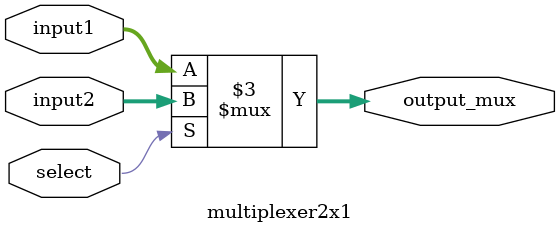
<source format=v>
`timescale 1ns/1ns
module multiplexer2x1(input1, input2, select, output_mux);
input [31:0] input1, input2;
input select;
output reg [31:0] output_mux;

always @(*) 
begin
    if(select)
        output_mux = input2;
    else
        output_mux = input1;    
end

endmodule
</source>
